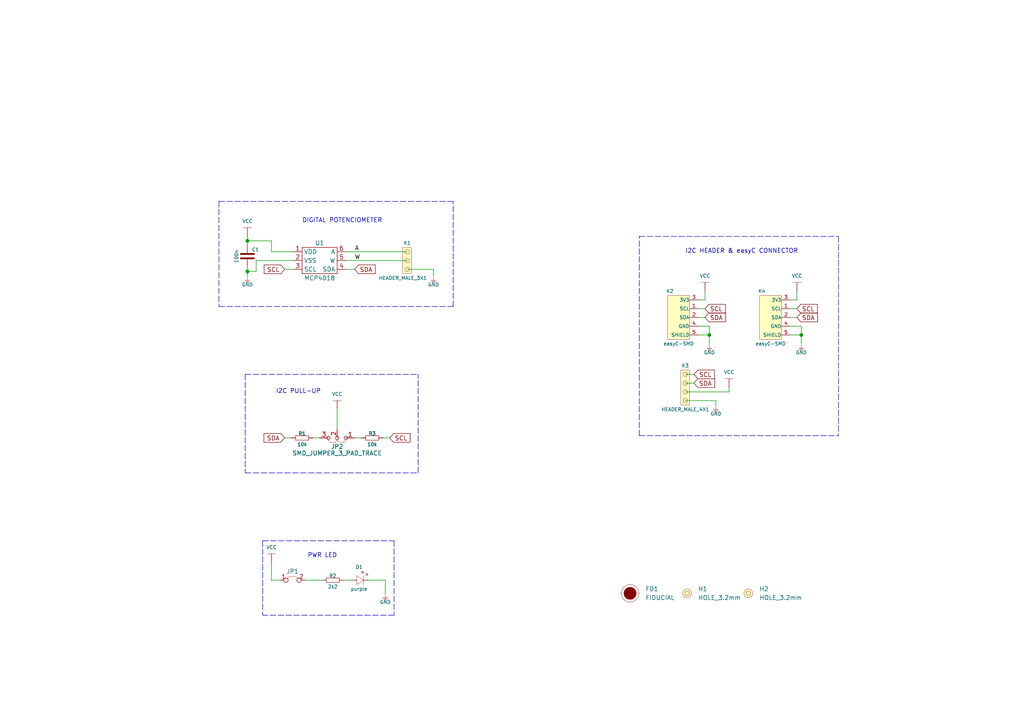
<source format=kicad_sch>
(kicad_sch (version 20211123) (generator eeschema)

  (uuid 672ee9c1-96de-493e-8e00-eb357c183045)

  (paper "A4")

  (title_block
    (title "Digipot 5k MCP4018 breakout")
    (date "2022-09-06")
    (rev "V1.1.1.")
    (company "SOLDERED")
    (comment 1 "333090")
  )

  (lib_symbols
    (symbol "e-radionica.com schematics:0402LED" (pin_numbers hide) (pin_names (offset 0.254) hide) (in_bom yes) (on_board yes)
      (property "Reference" "D" (id 0) (at -0.635 2.54 0)
        (effects (font (size 1 1)))
      )
      (property "Value" "0402LED" (id 1) (at 0 -2.54 0)
        (effects (font (size 1 1)))
      )
      (property "Footprint" "e-radionica.com footprinti:0402LED" (id 2) (at 0 5.08 0)
        (effects (font (size 1 1)) hide)
      )
      (property "Datasheet" "" (id 3) (at 0 0 0)
        (effects (font (size 1 1)) hide)
      )
      (property "Package" "0402" (id 4) (at 0 0 0)
        (effects (font (size 1.27 1.27)) hide)
      )
      (symbol "0402LED_0_1"
        (polyline
          (pts
            (xy -0.635 1.27)
            (xy 1.27 0)
          )
          (stroke (width 0.0006) (type default) (color 0 0 0 0))
          (fill (type none))
        )
        (polyline
          (pts
            (xy 0.635 1.905)
            (xy 1.27 2.54)
          )
          (stroke (width 0.0006) (type default) (color 0 0 0 0))
          (fill (type none))
        )
        (polyline
          (pts
            (xy 1.27 1.27)
            (xy 1.27 -1.27)
          )
          (stroke (width 0.0006) (type default) (color 0 0 0 0))
          (fill (type none))
        )
        (polyline
          (pts
            (xy 1.905 1.27)
            (xy 2.54 1.905)
          )
          (stroke (width 0.0006) (type default) (color 0 0 0 0))
          (fill (type none))
        )
        (polyline
          (pts
            (xy -0.635 1.27)
            (xy -0.635 -1.27)
            (xy 1.27 0)
          )
          (stroke (width 0.0006) (type default) (color 0 0 0 0))
          (fill (type none))
        )
        (polyline
          (pts
            (xy 1.27 2.54)
            (xy 0.635 2.54)
            (xy 1.27 1.905)
            (xy 1.27 2.54)
          )
          (stroke (width 0.0006) (type default) (color 0 0 0 0))
          (fill (type none))
        )
        (polyline
          (pts
            (xy 2.54 1.905)
            (xy 1.905 1.905)
            (xy 2.54 1.27)
            (xy 2.54 1.905)
          )
          (stroke (width 0.0006) (type default) (color 0 0 0 0))
          (fill (type none))
        )
      )
      (symbol "0402LED_1_1"
        (pin passive line (at -1.905 0 0) (length 1.27)
          (name "A" (effects (font (size 1.27 1.27))))
          (number "1" (effects (font (size 1.27 1.27))))
        )
        (pin passive line (at 2.54 0 180) (length 1.27)
          (name "K" (effects (font (size 1.27 1.27))))
          (number "2" (effects (font (size 1.27 1.27))))
        )
      )
    )
    (symbol "e-radionica.com schematics:0402R" (pin_numbers hide) (pin_names (offset 0.254)) (in_bom yes) (on_board yes)
      (property "Reference" "R" (id 0) (at -1.905 1.27 0)
        (effects (font (size 1 1)))
      )
      (property "Value" "0402R" (id 1) (at 0 -1.27 0)
        (effects (font (size 1 1)))
      )
      (property "Footprint" "e-radionica.com footprinti:0402R" (id 2) (at -2.54 1.905 0)
        (effects (font (size 1 1)) hide)
      )
      (property "Datasheet" "" (id 3) (at -2.54 1.905 0)
        (effects (font (size 1 1)) hide)
      )
      (symbol "0402R_0_1"
        (rectangle (start -1.905 -0.635) (end 1.905 -0.6604)
          (stroke (width 0.1) (type default) (color 0 0 0 0))
          (fill (type none))
        )
        (rectangle (start -1.905 0.635) (end -1.8796 -0.635)
          (stroke (width 0.1) (type default) (color 0 0 0 0))
          (fill (type none))
        )
        (rectangle (start -1.905 0.635) (end 1.905 0.6096)
          (stroke (width 0.1) (type default) (color 0 0 0 0))
          (fill (type none))
        )
        (rectangle (start 1.905 0.635) (end 1.9304 -0.635)
          (stroke (width 0.1) (type default) (color 0 0 0 0))
          (fill (type none))
        )
      )
      (symbol "0402R_1_1"
        (pin passive line (at -3.175 0 0) (length 1.27)
          (name "~" (effects (font (size 1.27 1.27))))
          (number "1" (effects (font (size 1.27 1.27))))
        )
        (pin passive line (at 3.175 0 180) (length 1.27)
          (name "~" (effects (font (size 1.27 1.27))))
          (number "2" (effects (font (size 1.27 1.27))))
        )
      )
    )
    (symbol "e-radionica.com schematics:0603C" (pin_numbers hide) (pin_names (offset 0.002)) (in_bom yes) (on_board yes)
      (property "Reference" "C" (id 0) (at -0.635 3.175 0)
        (effects (font (size 1 1)))
      )
      (property "Value" "0603C" (id 1) (at 0 -3.175 0)
        (effects (font (size 1 1)))
      )
      (property "Footprint" "e-radionica.com footprinti:0603C" (id 2) (at 0 0 0)
        (effects (font (size 1 1)) hide)
      )
      (property "Datasheet" "" (id 3) (at 0 0 0)
        (effects (font (size 1 1)) hide)
      )
      (symbol "0603C_0_1"
        (polyline
          (pts
            (xy -0.635 1.905)
            (xy -0.635 -1.905)
          )
          (stroke (width 0.5) (type default) (color 0 0 0 0))
          (fill (type none))
        )
        (polyline
          (pts
            (xy 0.635 1.905)
            (xy 0.635 -1.905)
          )
          (stroke (width 0.5) (type default) (color 0 0 0 0))
          (fill (type none))
        )
      )
      (symbol "0603C_1_1"
        (pin passive line (at -3.175 0 0) (length 2.54)
          (name "~" (effects (font (size 1.27 1.27))))
          (number "1" (effects (font (size 1.27 1.27))))
        )
        (pin passive line (at 3.175 0 180) (length 2.54)
          (name "~" (effects (font (size 1.27 1.27))))
          (number "2" (effects (font (size 1.27 1.27))))
        )
      )
    )
    (symbol "e-radionica.com schematics:0603R" (pin_numbers hide) (pin_names (offset 0.254)) (in_bom yes) (on_board yes)
      (property "Reference" "R" (id 0) (at -1.905 1.905 0)
        (effects (font (size 1 1)))
      )
      (property "Value" "0603R" (id 1) (at 0 -1.905 0)
        (effects (font (size 1 1)))
      )
      (property "Footprint" "e-radionica.com footprinti:0603R" (id 2) (at -0.635 1.905 0)
        (effects (font (size 1 1)) hide)
      )
      (property "Datasheet" "" (id 3) (at -0.635 1.905 0)
        (effects (font (size 1 1)) hide)
      )
      (symbol "0603R_0_1"
        (rectangle (start -1.905 -0.635) (end 1.905 -0.6604)
          (stroke (width 0.1) (type default) (color 0 0 0 0))
          (fill (type none))
        )
        (rectangle (start -1.905 0.635) (end -1.8796 -0.635)
          (stroke (width 0.1) (type default) (color 0 0 0 0))
          (fill (type none))
        )
        (rectangle (start -1.905 0.635) (end 1.905 0.6096)
          (stroke (width 0.1) (type default) (color 0 0 0 0))
          (fill (type none))
        )
        (rectangle (start 1.905 0.635) (end 1.9304 -0.635)
          (stroke (width 0.1) (type default) (color 0 0 0 0))
          (fill (type none))
        )
      )
      (symbol "0603R_1_1"
        (pin passive line (at -3.175 0 0) (length 1.27)
          (name "~" (effects (font (size 1.27 1.27))))
          (number "1" (effects (font (size 1.27 1.27))))
        )
        (pin passive line (at 3.175 0 180) (length 1.27)
          (name "~" (effects (font (size 1.27 1.27))))
          (number "2" (effects (font (size 1.27 1.27))))
        )
      )
    )
    (symbol "e-radionica.com schematics:FIDUCIAL" (in_bom no) (on_board yes)
      (property "Reference" "FD" (id 0) (at 0 3.81 0)
        (effects (font (size 1.27 1.27)))
      )
      (property "Value" "FIDUCIAL" (id 1) (at 0 -3.81 0)
        (effects (font (size 1.27 1.27)))
      )
      (property "Footprint" "e-radionica.com footprinti:FIDUCIAL_23" (id 2) (at 0.254 -5.334 0)
        (effects (font (size 1.27 1.27)) hide)
      )
      (property "Datasheet" "" (id 3) (at 0 0 0)
        (effects (font (size 1.27 1.27)) hide)
      )
      (symbol "FIDUCIAL_0_1"
        (polyline
          (pts
            (xy -2.54 0)
            (xy -2.794 0)
          )
          (stroke (width 0.0006) (type default) (color 0 0 0 0))
          (fill (type none))
        )
        (polyline
          (pts
            (xy 0 -2.54)
            (xy 0 -2.794)
          )
          (stroke (width 0.0006) (type default) (color 0 0 0 0))
          (fill (type none))
        )
        (polyline
          (pts
            (xy 0 2.54)
            (xy 0 2.794)
          )
          (stroke (width 0.0006) (type default) (color 0 0 0 0))
          (fill (type none))
        )
        (polyline
          (pts
            (xy 2.54 0)
            (xy 2.794 0)
          )
          (stroke (width 0.0006) (type default) (color 0 0 0 0))
          (fill (type none))
        )
        (circle (center 0 0) (radius 1.7961)
          (stroke (width 0.001) (type default) (color 0 0 0 0))
          (fill (type outline))
        )
        (circle (center 0 0) (radius 2.54)
          (stroke (width 0.0006) (type default) (color 0 0 0 0))
          (fill (type none))
        )
      )
    )
    (symbol "e-radionica.com schematics:GND" (power) (pin_names (offset 0)) (in_bom yes) (on_board yes)
      (property "Reference" "#PWR" (id 0) (at 4.445 0 0)
        (effects (font (size 1 1)) hide)
      )
      (property "Value" "GND" (id 1) (at 0 -2.921 0)
        (effects (font (size 1 1)))
      )
      (property "Footprint" "" (id 2) (at 4.445 3.81 0)
        (effects (font (size 1 1)) hide)
      )
      (property "Datasheet" "" (id 3) (at 4.445 3.81 0)
        (effects (font (size 1 1)) hide)
      )
      (property "ki_keywords" "power-flag" (id 4) (at 0 0 0)
        (effects (font (size 1.27 1.27)) hide)
      )
      (property "ki_description" "Power symbol creates a global label with name \"+3V3\"" (id 5) (at 0 0 0)
        (effects (font (size 1.27 1.27)) hide)
      )
      (symbol "GND_0_1"
        (polyline
          (pts
            (xy -0.762 -1.27)
            (xy 0.762 -1.27)
          )
          (stroke (width 0.0006) (type default) (color 0 0 0 0))
          (fill (type none))
        )
        (polyline
          (pts
            (xy -0.635 -1.524)
            (xy 0.635 -1.524)
          )
          (stroke (width 0.0006) (type default) (color 0 0 0 0))
          (fill (type none))
        )
        (polyline
          (pts
            (xy -0.381 -1.778)
            (xy 0.381 -1.778)
          )
          (stroke (width 0.0006) (type default) (color 0 0 0 0))
          (fill (type none))
        )
        (polyline
          (pts
            (xy -0.127 -2.032)
            (xy 0.127 -2.032)
          )
          (stroke (width 0.0006) (type default) (color 0 0 0 0))
          (fill (type none))
        )
        (polyline
          (pts
            (xy 0 0)
            (xy 0 -1.27)
          )
          (stroke (width 0.0006) (type default) (color 0 0 0 0))
          (fill (type none))
        )
      )
      (symbol "GND_1_1"
        (pin power_in line (at 0 0 270) (length 0) hide
          (name "GND" (effects (font (size 1.27 1.27))))
          (number "1" (effects (font (size 1.27 1.27))))
        )
      )
    )
    (symbol "e-radionica.com schematics:HEADER_MALE_3X1" (pin_numbers hide) (pin_names hide) (in_bom yes) (on_board yes)
      (property "Reference" "K" (id 0) (at -0.635 5.08 0)
        (effects (font (size 1 1)))
      )
      (property "Value" "HEADER_MALE_3X1" (id 1) (at 0 -5.08 0)
        (effects (font (size 1 1)))
      )
      (property "Footprint" "e-radionica.com footprinti:HEADER_MALE_3X1" (id 2) (at 0 -7.62 0)
        (effects (font (size 1 1)) hide)
      )
      (property "Datasheet" "" (id 3) (at 0 -2.54 0)
        (effects (font (size 1 1)) hide)
      )
      (symbol "HEADER_MALE_3X1_0_1"
        (circle (center 0 -2.54) (radius 0.635)
          (stroke (width 0.0006) (type default) (color 0 0 0 0))
          (fill (type none))
        )
        (circle (center 0 0) (radius 0.635)
          (stroke (width 0.0006) (type default) (color 0 0 0 0))
          (fill (type none))
        )
        (circle (center 0 2.54) (radius 0.635)
          (stroke (width 0.0006) (type default) (color 0 0 0 0))
          (fill (type none))
        )
        (rectangle (start 1.27 -3.81) (end -1.27 3.81)
          (stroke (width 0.001) (type default) (color 0 0 0 0))
          (fill (type background))
        )
      )
      (symbol "HEADER_MALE_3X1_1_1"
        (pin passive line (at 0 -2.54 180) (length 0)
          (name "~" (effects (font (size 1 1))))
          (number "1" (effects (font (size 1 1))))
        )
        (pin passive line (at 0 0 180) (length 0)
          (name "~" (effects (font (size 1 1))))
          (number "2" (effects (font (size 1 1))))
        )
        (pin passive line (at 0 2.54 180) (length 0)
          (name "~" (effects (font (size 1 1))))
          (number "3" (effects (font (size 1 1))))
        )
      )
    )
    (symbol "e-radionica.com schematics:HEADER_MALE_4X1" (pin_numbers hide) (pin_names hide) (in_bom yes) (on_board yes)
      (property "Reference" "K" (id 0) (at -0.635 7.62 0)
        (effects (font (size 1 1)))
      )
      (property "Value" "HEADER_MALE_4X1" (id 1) (at 0 -5.08 0)
        (effects (font (size 1 1)))
      )
      (property "Footprint" "e-radionica.com footprinti:HEADER_MALE_4X1" (id 2) (at 0 -2.54 0)
        (effects (font (size 1 1)) hide)
      )
      (property "Datasheet" "" (id 3) (at 0 -2.54 0)
        (effects (font (size 1 1)) hide)
      )
      (symbol "HEADER_MALE_4X1_0_1"
        (circle (center 0 -2.54) (radius 0.635)
          (stroke (width 0.0006) (type default) (color 0 0 0 0))
          (fill (type none))
        )
        (circle (center 0 0) (radius 0.635)
          (stroke (width 0.0006) (type default) (color 0 0 0 0))
          (fill (type none))
        )
        (circle (center 0 2.54) (radius 0.635)
          (stroke (width 0.0006) (type default) (color 0 0 0 0))
          (fill (type none))
        )
        (circle (center 0 5.08) (radius 0.635)
          (stroke (width 0.0006) (type default) (color 0 0 0 0))
          (fill (type none))
        )
        (rectangle (start 1.27 -3.81) (end -1.27 6.35)
          (stroke (width 0.001) (type default) (color 0 0 0 0))
          (fill (type background))
        )
      )
      (symbol "HEADER_MALE_4X1_1_1"
        (pin passive line (at 0 -2.54 180) (length 0)
          (name "~" (effects (font (size 1 1))))
          (number "1" (effects (font (size 1 1))))
        )
        (pin passive line (at 0 0 180) (length 0)
          (name "~" (effects (font (size 1 1))))
          (number "2" (effects (font (size 1 1))))
        )
        (pin passive line (at 0 2.54 180) (length 0)
          (name "~" (effects (font (size 1 1))))
          (number "3" (effects (font (size 1 1))))
        )
        (pin passive line (at 0 5.08 180) (length 0)
          (name "~" (effects (font (size 1 1))))
          (number "4" (effects (font (size 1 1))))
        )
      )
    )
    (symbol "e-radionica.com schematics:HOLE_3.2mm" (pin_numbers hide) (pin_names hide) (in_bom yes) (on_board yes)
      (property "Reference" "H" (id 0) (at 0 2.54 0)
        (effects (font (size 1.27 1.27)))
      )
      (property "Value" "HOLE_3.2mm" (id 1) (at 0 -2.54 0)
        (effects (font (size 1.27 1.27)))
      )
      (property "Footprint" "e-radionica.com footprinti:HOLE_3.2mm" (id 2) (at 0 0 0)
        (effects (font (size 1.27 1.27)) hide)
      )
      (property "Datasheet" "" (id 3) (at 0 0 0)
        (effects (font (size 1.27 1.27)) hide)
      )
      (symbol "HOLE_3.2mm_0_1"
        (circle (center 0 0) (radius 0.635)
          (stroke (width 0.0006) (type default) (color 0 0 0 0))
          (fill (type none))
        )
        (circle (center 0 0) (radius 1.27)
          (stroke (width 0.001) (type default) (color 0 0 0 0))
          (fill (type background))
        )
      )
    )
    (symbol "e-radionica.com schematics:MCP4018" (in_bom yes) (on_board yes)
      (property "Reference" "U" (id 0) (at 0 5.08 0)
        (effects (font (size 1.27 1.27)))
      )
      (property "Value" "MCP4018" (id 1) (at 0 -5.08 0)
        (effects (font (size 1.27 1.27)))
      )
      (property "Footprint" "e-radionica.com footprinti:SC70-6" (id 2) (at 0 -7.62 0)
        (effects (font (size 1.27 1.27)) hide)
      )
      (property "Datasheet" "" (id 3) (at 0 0 0)
        (effects (font (size 1.27 1.27)) hide)
      )
      (symbol "MCP4018_0_1"
        (rectangle (start -5.08 3.81) (end 5.08 -3.81)
          (stroke (width 0.1524) (type default) (color 0 0 0 0))
          (fill (type none))
        )
      )
      (symbol "MCP4018_1_1"
        (pin power_in line (at -7.62 2.54 0) (length 2.54)
          (name "VDD" (effects (font (size 1.27 1.27))))
          (number "1" (effects (font (size 1.27 1.27))))
        )
        (pin power_in line (at -7.62 0 0) (length 2.54)
          (name "VSS" (effects (font (size 1.27 1.27))))
          (number "2" (effects (font (size 1.27 1.27))))
        )
        (pin bidirectional line (at -7.62 -2.54 0) (length 2.54)
          (name "SCL" (effects (font (size 1.27 1.27))))
          (number "3" (effects (font (size 1.27 1.27))))
        )
        (pin bidirectional line (at 7.62 -2.54 180) (length 2.54)
          (name "SDA" (effects (font (size 1.27 1.27))))
          (number "4" (effects (font (size 1.27 1.27))))
        )
        (pin bidirectional line (at 7.62 0 180) (length 2.54)
          (name "W" (effects (font (size 1.27 1.27))))
          (number "5" (effects (font (size 1.27 1.27))))
        )
        (pin bidirectional line (at 7.62 2.54 180) (length 2.54)
          (name "A" (effects (font (size 1.27 1.27))))
          (number "6" (effects (font (size 1.27 1.27))))
        )
      )
    )
    (symbol "e-radionica.com schematics:SMD-JUMPER-CONNECTED_TRACE_SLODERMASK" (in_bom yes) (on_board yes)
      (property "Reference" "JP" (id 0) (at 0 3.556 0)
        (effects (font (size 1.27 1.27)))
      )
      (property "Value" "SMD-JUMPER-CONNECTED_TRACE_SLODERMASK" (id 1) (at 0 -2.54 0)
        (effects (font (size 1.27 1.27)))
      )
      (property "Footprint" "e-radionica.com footprinti:SMD-JUMPER-CONNECTED_TRACE_SLODERMASK" (id 2) (at 0 -5.715 0)
        (effects (font (size 1.27 1.27)) hide)
      )
      (property "Datasheet" "" (id 3) (at 0 0 0)
        (effects (font (size 1.27 1.27)) hide)
      )
      (symbol "SMD-JUMPER-CONNECTED_TRACE_SLODERMASK_0_1"
        (arc (start 1.397 0.5842) (mid -0.2077 1.1365) (end -1.8034 0.5588)
          (stroke (width 0.0006) (type default) (color 0 0 0 0))
          (fill (type none))
        )
      )
      (symbol "SMD-JUMPER-CONNECTED_TRACE_SLODERMASK_1_1"
        (pin passive inverted (at -4.064 0 0) (length 2.54)
          (name "" (effects (font (size 1.27 1.27))))
          (number "1" (effects (font (size 1.27 1.27))))
        )
        (pin passive inverted (at 3.556 0 180) (length 2.54)
          (name "" (effects (font (size 1.27 1.27))))
          (number "2" (effects (font (size 1.27 1.27))))
        )
      )
    )
    (symbol "e-radionica.com schematics:SMD_JUMPER_3_PAD_TRACE" (in_bom yes) (on_board yes)
      (property "Reference" "JP" (id 0) (at 0.0254 5.461 0)
        (effects (font (size 1.27 1.27)))
      )
      (property "Value" "SMD_JUMPER_3_PAD_TRACE" (id 1) (at 0.3048 -4.572 0)
        (effects (font (size 1.27 1.27)))
      )
      (property "Footprint" "e-radionica.com footprinti:SMD_JUMPER_3_PAD_TRACE" (id 2) (at 0 -1.27 0)
        (effects (font (size 1.27 1.27)) hide)
      )
      (property "Datasheet" "" (id 3) (at 0 0 0)
        (effects (font (size 1.27 1.27)) hide)
      )
      (symbol "SMD_JUMPER_3_PAD_TRACE_0_1"
        (circle (center -2.54 0) (radius 0.508)
          (stroke (width 0.1524) (type default) (color 0 0 0 0))
          (fill (type none))
        )
        (circle (center 0 0) (radius 0.508)
          (stroke (width 0.1524) (type default) (color 0 0 0 0))
          (fill (type none))
        )
        (arc (start 0 0.508) (mid -1.27 1.3552) (end -2.54 0.508)
          (stroke (width 0.0006) (type default) (color 0 0 0 0))
          (fill (type none))
        )
        (circle (center 2.54 0) (radius 0.508)
          (stroke (width 0.1524) (type default) (color 0 0 0 0))
          (fill (type none))
        )
        (arc (start 2.54 0.508) (mid 1.27 1.4777) (end 0 0.508)
          (stroke (width 0.0006) (type default) (color 0 0 0 0))
          (fill (type none))
        )
      )
      (symbol "SMD_JUMPER_3_PAD_TRACE_1_1"
        (pin input line (at -5.08 0 0) (length 2.54)
          (name "" (effects (font (size 1.27 1.27))))
          (number "1" (effects (font (size 1.27 1.27))))
        )
        (pin input line (at 0 -2.54 90) (length 2.54)
          (name "" (effects (font (size 1.27 1.27))))
          (number "2" (effects (font (size 1.27 1.27))))
        )
        (pin input line (at 5.08 0 180) (length 2.54)
          (name "" (effects (font (size 1.27 1.27))))
          (number "3" (effects (font (size 1.27 1.27))))
        )
      )
    )
    (symbol "e-radionica.com schematics:VCC" (power) (pin_names (offset 0)) (in_bom yes) (on_board yes)
      (property "Reference" "#PWR" (id 0) (at 4.445 0 0)
        (effects (font (size 1 1)) hide)
      )
      (property "Value" "VCC" (id 1) (at 0 3.556 0)
        (effects (font (size 1 1)))
      )
      (property "Footprint" "" (id 2) (at 4.445 3.81 0)
        (effects (font (size 1 1)) hide)
      )
      (property "Datasheet" "" (id 3) (at 4.445 3.81 0)
        (effects (font (size 1 1)) hide)
      )
      (property "ki_keywords" "power-flag" (id 4) (at 0 0 0)
        (effects (font (size 1.27 1.27)) hide)
      )
      (property "ki_description" "Power symbol creates a global label with name \"VCC\"" (id 5) (at 0 0 0)
        (effects (font (size 1.27 1.27)) hide)
      )
      (symbol "VCC_0_1"
        (polyline
          (pts
            (xy -1.27 2.54)
            (xy 1.27 2.54)
          )
          (stroke (width 0.0006) (type default) (color 0 0 0 0))
          (fill (type none))
        )
        (polyline
          (pts
            (xy 0 0)
            (xy 0 2.54)
          )
          (stroke (width 0) (type default) (color 0 0 0 0))
          (fill (type none))
        )
      )
      (symbol "VCC_1_1"
        (pin power_in line (at 0 0 90) (length 0) hide
          (name "VCC" (effects (font (size 1.27 1.27))))
          (number "1" (effects (font (size 1.27 1.27))))
        )
      )
    )
    (symbol "e-radionica.com schematics:easyC-SMD" (pin_names (offset 0.002)) (in_bom yes) (on_board yes)
      (property "Reference" "K" (id 0) (at -2.54 10.16 0)
        (effects (font (size 1 1)))
      )
      (property "Value" "easyC-SMD" (id 1) (at 0 -5.08 0)
        (effects (font (size 1 1)))
      )
      (property "Footprint" "e-radionica.com footprinti:easyC-connector" (id 2) (at 3.175 2.54 0)
        (effects (font (size 1 1)) hide)
      )
      (property "Datasheet" "" (id 3) (at 3.175 2.54 0)
        (effects (font (size 1 1)) hide)
      )
      (symbol "easyC-SMD_0_1"
        (rectangle (start -3.175 8.89) (end 3.175 -3.81)
          (stroke (width 0.001) (type default) (color 0 0 0 0))
          (fill (type background))
        )
      )
      (symbol "easyC-SMD_1_1"
        (pin passive line (at 5.715 5.08 180) (length 2.54)
          (name "SCL" (effects (font (size 1 1))))
          (number "1" (effects (font (size 1 1))))
        )
        (pin passive line (at 5.715 2.54 180) (length 2.54)
          (name "SDA" (effects (font (size 1 1))))
          (number "2" (effects (font (size 1 1))))
        )
        (pin passive line (at 5.715 7.62 180) (length 2.54)
          (name "3V3" (effects (font (size 1 1))))
          (number "3" (effects (font (size 1 1))))
        )
        (pin passive line (at 5.715 0 180) (length 2.54)
          (name "GND" (effects (font (size 1 1))))
          (number "4" (effects (font (size 1 1))))
        )
        (pin passive line (at 5.715 -2.54 180) (length 2.54)
          (name "SHIELD" (effects (font (size 1 1))))
          (number "5" (effects (font (size 1 1))))
        )
      )
    )
  )

  (junction (at 71.755 78.74) (diameter 0.9144) (color 0 0 0 0)
    (uuid 16bd6381-8ac0-4bf2-9dce-ecc20c724b8d)
  )
  (junction (at 232.41 97.155) (diameter 0.9144) (color 0 0 0 0)
    (uuid 4f66b314-0f62-4fb6-8c3c-f9c6a75cd3ec)
  )
  (junction (at 71.755 69.85) (diameter 0.9144) (color 0 0 0 0)
    (uuid 85b7594c-358f-454b-b2ad-dd0b1d67ed76)
  )
  (junction (at 205.74 97.155) (diameter 0.9144) (color 0 0 0 0)
    (uuid a5cd8da1-8f7f-4f80-bb23-0317de562222)
  )

  (wire (pts (xy 229.235 97.155) (xy 232.41 97.155))
    (stroke (width 0) (type solid) (color 0 0 0 0))
    (uuid 03b3beee-2c30-4c21-b6ef-4864a4640355)
  )
  (wire (pts (xy 207.645 116.205) (xy 207.645 117.475))
    (stroke (width 0) (type solid) (color 0 0 0 0))
    (uuid 058f674c-2dd5-4454-ae9d-c2ad86dc21c4)
  )
  (wire (pts (xy 100.33 75.565) (xy 118.11 75.565))
    (stroke (width 0) (type solid) (color 0 0 0 0))
    (uuid 0af3500f-0f3e-4599-8f36-66cdd67c5a90)
  )
  (wire (pts (xy 232.41 94.615) (xy 232.41 97.155))
    (stroke (width 0) (type solid) (color 0 0 0 0))
    (uuid 188cfe44-ef89-47d9-89ea-93c809792a64)
  )
  (polyline (pts (xy 63.5 58.42) (xy 63.5 88.9))
    (stroke (width 0) (type dash) (color 0 0 0 0))
    (uuid 1ab5c45f-3a83-426f-828a-670d40d9e756)
  )
  (polyline (pts (xy 63.5 58.42) (xy 131.445 58.42))
    (stroke (width 0) (type dash) (color 0 0 0 0))
    (uuid 1ab5c45f-3a83-426f-828a-670d40d9e757)
  )
  (polyline (pts (xy 63.5 88.9) (xy 131.445 88.9))
    (stroke (width 0) (type dash) (color 0 0 0 0))
    (uuid 1ab5c45f-3a83-426f-828a-670d40d9e758)
  )
  (polyline (pts (xy 131.445 88.9) (xy 131.445 58.42))
    (stroke (width 0) (type dash) (color 0 0 0 0))
    (uuid 1ab5c45f-3a83-426f-828a-670d40d9e759)
  )
  (polyline (pts (xy 114.3 178.435) (xy 76.2 178.435))
    (stroke (width 0) (type dash) (color 0 0 0 0))
    (uuid 1ef1eed1-2f0c-430f-bc65-0a0968888031)
  )
  (polyline (pts (xy 76.2 156.845) (xy 114.3 156.845))
    (stroke (width 0) (type dash) (color 0 0 0 0))
    (uuid 255fd520-20aa-465e-9994-89400e6b7651)
  )

  (wire (pts (xy 111.76 168.275) (xy 111.76 172.085))
    (stroke (width 0) (type solid) (color 0 0 0 0))
    (uuid 27365360-de3d-4f3a-85ae-c8a02d727860)
  )
  (wire (pts (xy 106.68 168.275) (xy 111.76 168.275))
    (stroke (width 0) (type solid) (color 0 0 0 0))
    (uuid 29b8a57b-de41-4c86-8155-53ab1205d224)
  )
  (wire (pts (xy 74.295 75.565) (xy 74.295 78.74))
    (stroke (width 0) (type solid) (color 0 0 0 0))
    (uuid 2c78e546-114b-46b5-8c91-b0bb61509ba4)
  )
  (wire (pts (xy 74.295 78.74) (xy 71.755 78.74))
    (stroke (width 0) (type solid) (color 0 0 0 0))
    (uuid 2c78e546-114b-46b5-8c91-b0bb61509ba5)
  )
  (wire (pts (xy 85.09 75.565) (xy 74.295 75.565))
    (stroke (width 0) (type solid) (color 0 0 0 0))
    (uuid 2c78e546-114b-46b5-8c91-b0bb61509ba6)
  )
  (wire (pts (xy 111.125 127) (xy 113.03 127))
    (stroke (width 0) (type solid) (color 0 0 0 0))
    (uuid 4071bb2d-05b1-474a-b12e-45461548f617)
  )
  (wire (pts (xy 90.805 127) (xy 92.71 127))
    (stroke (width 0) (type solid) (color 0 0 0 0))
    (uuid 422b7069-a7c4-40a3-a0a9-4bed39d3be1e)
  )
  (wire (pts (xy 204.47 86.995) (xy 204.47 84.455))
    (stroke (width 0) (type solid) (color 0 0 0 0))
    (uuid 42fb77e8-107c-41df-b93e-403a2b24123a)
  )
  (wire (pts (xy 211.455 113.665) (xy 211.455 112.395))
    (stroke (width 0) (type solid) (color 0 0 0 0))
    (uuid 55e75d6c-2478-44c8-9596-11557e067dac)
  )
  (wire (pts (xy 231.14 86.995) (xy 231.14 84.455))
    (stroke (width 0) (type solid) (color 0 0 0 0))
    (uuid 58289661-db4b-4a7e-ad25-8ef6cd85c772)
  )
  (wire (pts (xy 198.755 113.665) (xy 211.455 113.665))
    (stroke (width 0) (type solid) (color 0 0 0 0))
    (uuid 5859d514-c1d7-4b0f-b11f-43868d90e9a9)
  )
  (wire (pts (xy 202.565 94.615) (xy 205.74 94.615))
    (stroke (width 0) (type solid) (color 0 0 0 0))
    (uuid 58b84b12-bff0-4662-b90d-32d3383b1fe9)
  )
  (wire (pts (xy 82.55 127) (xy 84.455 127))
    (stroke (width 0) (type solid) (color 0 0 0 0))
    (uuid 5a646355-716c-434c-813b-adfd4187ec40)
  )
  (wire (pts (xy 202.565 92.075) (xy 204.47 92.075))
    (stroke (width 0) (type solid) (color 0 0 0 0))
    (uuid 5bac669f-6830-479c-95b7-d64f4970aa8c)
  )
  (wire (pts (xy 232.41 97.155) (xy 232.41 99.695))
    (stroke (width 0) (type solid) (color 0 0 0 0))
    (uuid 5d21b5d2-4d43-4673-9946-9097cfe5b5b7)
  )
  (wire (pts (xy 198.755 111.125) (xy 201.295 111.125))
    (stroke (width 0) (type solid) (color 0 0 0 0))
    (uuid 5e467db3-8247-4800-8b55-9042a5424688)
  )
  (wire (pts (xy 125.73 78.105) (xy 118.11 78.105))
    (stroke (width 0) (type solid) (color 0 0 0 0))
    (uuid 5f5220c0-b895-492c-83d0-3212af97c9bb)
  )
  (wire (pts (xy 125.73 80.01) (xy 125.73 78.105))
    (stroke (width 0) (type solid) (color 0 0 0 0))
    (uuid 5f5220c0-b895-492c-83d0-3212af97c9bc)
  )
  (wire (pts (xy 71.755 68.58) (xy 71.755 69.85))
    (stroke (width 0) (type solid) (color 0 0 0 0))
    (uuid 62479371-498e-4774-89a8-375f81f7cc92)
  )
  (wire (pts (xy 71.755 69.85) (xy 71.755 71.12))
    (stroke (width 0) (type solid) (color 0 0 0 0))
    (uuid 62479371-498e-4774-89a8-375f81f7cc93)
  )
  (wire (pts (xy 198.755 108.585) (xy 201.295 108.585))
    (stroke (width 0) (type solid) (color 0 0 0 0))
    (uuid 69685247-8eab-4973-8c09-866a87103f46)
  )
  (wire (pts (xy 205.74 97.155) (xy 205.74 99.695))
    (stroke (width 0) (type solid) (color 0 0 0 0))
    (uuid 6ae498fb-34e0-4767-a8cc-0719a7621d25)
  )
  (polyline (pts (xy 185.42 68.58) (xy 243.205 68.58))
    (stroke (width 0) (type dash) (color 0 0 0 0))
    (uuid 6e87833f-53e0-4eb4-810c-b778c318b170)
  )
  (polyline (pts (xy 185.42 126.365) (xy 185.42 68.58))
    (stroke (width 0) (type dash) (color 0 0 0 0))
    (uuid 6e87833f-53e0-4eb4-810c-b778c318b171)
  )
  (polyline (pts (xy 185.42 126.365) (xy 243.205 126.365))
    (stroke (width 0) (type dash) (color 0 0 0 0))
    (uuid 6e87833f-53e0-4eb4-810c-b778c318b172)
  )
  (polyline (pts (xy 243.205 68.58) (xy 243.205 126.365))
    (stroke (width 0) (type dash) (color 0 0 0 0))
    (uuid 6e87833f-53e0-4eb4-810c-b778c318b173)
  )

  (wire (pts (xy 97.79 118.745) (xy 97.79 124.46))
    (stroke (width 0) (type solid) (color 0 0 0 0))
    (uuid 7c051912-bb33-44a5-b78b-b25f5e735664)
  )
  (wire (pts (xy 202.565 89.535) (xy 204.47 89.535))
    (stroke (width 0) (type solid) (color 0 0 0 0))
    (uuid 8133f0ee-b535-43a5-9f5e-22ad73f9f526)
  )
  (wire (pts (xy 81.026 168.275) (xy 78.74 168.275))
    (stroke (width 0) (type solid) (color 0 0 0 0))
    (uuid 8784baad-eb80-4c87-ba17-f9d2a831ab48)
  )
  (wire (pts (xy 229.235 92.075) (xy 231.14 92.075))
    (stroke (width 0) (type solid) (color 0 0 0 0))
    (uuid 8baaff35-3943-4312-9abb-b0b19cff1c8c)
  )
  (wire (pts (xy 202.565 86.995) (xy 204.47 86.995))
    (stroke (width 0) (type solid) (color 0 0 0 0))
    (uuid 8ec5419e-d212-4702-b2b6-8f57646ac26f)
  )
  (wire (pts (xy 100.33 73.025) (xy 118.11 73.025))
    (stroke (width 0) (type solid) (color 0 0 0 0))
    (uuid 9195da9f-1781-4678-a9df-174db52de8a1)
  )
  (polyline (pts (xy 76.2 156.845) (xy 76.2 178.435))
    (stroke (width 0) (type dash) (color 0 0 0 0))
    (uuid 93afa188-18ac-4bc6-921e-51513649c017)
  )

  (wire (pts (xy 99.695 168.275) (xy 102.235 168.275))
    (stroke (width 0) (type solid) (color 0 0 0 0))
    (uuid 9cbcb59d-bf51-41f1-8f94-a624f94ce02c)
  )
  (wire (pts (xy 100.33 78.105) (xy 102.87 78.105))
    (stroke (width 0) (type solid) (color 0 0 0 0))
    (uuid a90eb7cc-e0f0-4593-ac6b-33839c1a7a37)
  )
  (wire (pts (xy 71.755 77.47) (xy 71.755 78.74))
    (stroke (width 0) (type solid) (color 0 0 0 0))
    (uuid ac0923ca-43dd-41a0-86b0-2395ed6a53e6)
  )
  (wire (pts (xy 71.755 78.74) (xy 71.755 80.01))
    (stroke (width 0) (type solid) (color 0 0 0 0))
    (uuid ac0923ca-43dd-41a0-86b0-2395ed6a53e7)
  )
  (polyline (pts (xy 71.12 108.585) (xy 71.12 137.16))
    (stroke (width 0) (type dash) (color 0 0 0 0))
    (uuid acabcc7e-075b-4ff1-b0f7-e6ce2ad598dc)
  )
  (polyline (pts (xy 71.12 108.585) (xy 121.285 108.585))
    (stroke (width 0) (type dash) (color 0 0 0 0))
    (uuid acabcc7e-075b-4ff1-b0f7-e6ce2ad598dd)
  )
  (polyline (pts (xy 71.12 137.16) (xy 121.285 137.16))
    (stroke (width 0) (type dash) (color 0 0 0 0))
    (uuid acabcc7e-075b-4ff1-b0f7-e6ce2ad598de)
  )
  (polyline (pts (xy 121.285 137.16) (xy 121.285 108.585))
    (stroke (width 0) (type dash) (color 0 0 0 0))
    (uuid acabcc7e-075b-4ff1-b0f7-e6ce2ad598df)
  )

  (wire (pts (xy 78.74 168.275) (xy 78.74 163.195))
    (stroke (width 0) (type solid) (color 0 0 0 0))
    (uuid b01f7654-bc34-447e-ab6a-a044b371059d)
  )
  (wire (pts (xy 229.235 89.535) (xy 231.14 89.535))
    (stroke (width 0) (type solid) (color 0 0 0 0))
    (uuid bd78546e-17b2-4a62-87de-14d9b378c6e4)
  )
  (wire (pts (xy 102.87 127) (xy 104.775 127))
    (stroke (width 0) (type solid) (color 0 0 0 0))
    (uuid d329dc9d-6ee5-4cfc-9a55-50d3a0d03f31)
  )
  (wire (pts (xy 82.55 78.105) (xy 85.09 78.105))
    (stroke (width 0) (type solid) (color 0 0 0 0))
    (uuid dd1af8b5-bcce-4cbd-8d02-ef4186e0f6dc)
  )
  (wire (pts (xy 78.74 69.85) (xy 71.755 69.85))
    (stroke (width 0) (type solid) (color 0 0 0 0))
    (uuid df13bfa3-8175-4e7c-9d32-64d1f7e9caf6)
  )
  (wire (pts (xy 78.74 73.025) (xy 78.74 69.85))
    (stroke (width 0) (type solid) (color 0 0 0 0))
    (uuid df13bfa3-8175-4e7c-9d32-64d1f7e9caf7)
  )
  (wire (pts (xy 85.09 73.025) (xy 78.74 73.025))
    (stroke (width 0) (type solid) (color 0 0 0 0))
    (uuid df13bfa3-8175-4e7c-9d32-64d1f7e9caf8)
  )
  (wire (pts (xy 205.74 94.615) (xy 205.74 97.155))
    (stroke (width 0) (type solid) (color 0 0 0 0))
    (uuid eabefbe3-1f54-4e51-b49e-3119f050cf5e)
  )
  (wire (pts (xy 202.565 97.155) (xy 205.74 97.155))
    (stroke (width 0) (type solid) (color 0 0 0 0))
    (uuid ecc60e9e-fb32-44a1-bc7c-71d68741848b)
  )
  (wire (pts (xy 229.235 86.995) (xy 231.14 86.995))
    (stroke (width 0) (type solid) (color 0 0 0 0))
    (uuid ecf38acc-fcaf-462f-8883-30f85a91c8b7)
  )
  (polyline (pts (xy 114.3 156.845) (xy 114.3 178.435))
    (stroke (width 0) (type dash) (color 0 0 0 0))
    (uuid f45a6ffa-6fde-4f23-9eca-f0c19e3daf0f)
  )

  (wire (pts (xy 88.646 168.275) (xy 93.345 168.275))
    (stroke (width 0) (type solid) (color 0 0 0 0))
    (uuid f46b43b9-462b-4412-a44e-d5ef5f0e4855)
  )
  (wire (pts (xy 229.235 94.615) (xy 232.41 94.615))
    (stroke (width 0) (type solid) (color 0 0 0 0))
    (uuid fad1270b-910c-4cd0-bf56-23ccfa674681)
  )
  (wire (pts (xy 198.755 116.205) (xy 207.645 116.205))
    (stroke (width 0) (type solid) (color 0 0 0 0))
    (uuid ff8a5ddd-9947-44e3-b3ee-c2dde7454b10)
  )

  (text "I2C PULL-UP" (at 80.01 114.3 0)
    (effects (font (size 1.27 1.27)) (justify left bottom))
    (uuid 06e78be1-8b3b-47ef-a9e2-6ad081bc7cd2)
  )
  (text "I2C HEADER & easyC CONNECTOR" (at 198.755 73.66 0)
    (effects (font (size 1.27 1.27)) (justify left bottom))
    (uuid 2d3c7a27-ad53-4867-8889-70d688e4d958)
  )
  (text "PWR LED" (at 97.79 161.925 180)
    (effects (font (size 1.27 1.27)) (justify right bottom))
    (uuid 99cc2985-71d5-47d9-840c-f3740c2952b1)
  )
  (text "DIGITAL POTENCIOMETER" (at 87.63 64.77 0)
    (effects (font (size 1.27 1.27)) (justify left bottom))
    (uuid e7293745-36b5-4ce5-981d-cd6eb8260c42)
  )

  (label "W" (at 102.87 75.565 0)
    (effects (font (size 1.27 1.27)) (justify left bottom))
    (uuid b3a8834c-f516-4733-9cf7-8d3a3c728faf)
  )
  (label "A" (at 102.87 73.025 0)
    (effects (font (size 1.27 1.27)) (justify left bottom))
    (uuid ca1db6f7-3e01-4c38-a009-ae18e0dee91e)
  )

  (global_label "SCL" (shape input) (at 204.47 89.535 0)
    (effects (font (size 1.27 1.27)) (justify left))
    (uuid 156205bd-30db-4890-808e-da0c37d12def)
    (property "Intersheet References" "${INTERSHEET_REFS}" (id 0) (at 214.9385 89.4556 0)
      (effects (font (size 1.27 1.27)) (justify left) hide)
    )
  )
  (global_label "SCL" (shape input) (at 113.03 127 0)
    (effects (font (size 1.27 1.27)) (justify left))
    (uuid 15ef0b73-3404-4840-94db-6ee78e443453)
    (property "Intersheet References" "${INTERSHEET_REFS}" (id 0) (at 121.6842 126.9206 0)
      (effects (font (size 1.27 1.27)) (justify left) hide)
    )
  )
  (global_label "SDA" (shape input) (at 82.55 127 180)
    (effects (font (size 1.27 1.27)) (justify right))
    (uuid 54b06975-4c0d-4cb4-b0d1-a0cf1e2c2260)
    (property "Intersheet References" "${INTERSHEET_REFS}" (id 0) (at 73.8353 126.9206 0)
      (effects (font (size 1.27 1.27)) (justify right) hide)
    )
  )
  (global_label "SDA" (shape input) (at 102.87 78.105 0)
    (effects (font (size 1.27 1.27)) (justify left))
    (uuid 6ae59fae-7c0b-498d-a89c-b92782760e23)
    (property "Intersheet References" "${INTERSHEET_REFS}" (id 0) (at 111.5847 78.1844 0)
      (effects (font (size 1.27 1.27)) (justify left) hide)
    )
  )
  (global_label "SDA" (shape input) (at 231.14 92.075 0)
    (effects (font (size 1.27 1.27)) (justify left))
    (uuid 722c7e29-acb7-428b-9043-5da93788c0da)
    (property "Intersheet References" "${INTERSHEET_REFS}" (id 0) (at 241.669 92.1544 0)
      (effects (font (size 1.27 1.27)) (justify left) hide)
    )
  )
  (global_label "SDA" (shape input) (at 204.47 92.075 0)
    (effects (font (size 1.27 1.27)) (justify left))
    (uuid 8b01b9b2-2299-4b4e-9f37-971ce4c3fc90)
    (property "Intersheet References" "${INTERSHEET_REFS}" (id 0) (at 214.999 92.1544 0)
      (effects (font (size 1.27 1.27)) (justify left) hide)
    )
  )
  (global_label "SCL" (shape input) (at 201.295 108.585 0)
    (effects (font (size 1.27 1.27)) (justify left))
    (uuid b2725eb1-5333-4030-8d28-64b4539a61c7)
    (property "Intersheet References" "${INTERSHEET_REFS}" (id 0) (at 209.9492 108.5056 0)
      (effects (font (size 1.27 1.27)) (justify left) hide)
    )
  )
  (global_label "SCL" (shape input) (at 231.14 89.535 0)
    (effects (font (size 1.27 1.27)) (justify left))
    (uuid e265aa00-878b-4c0d-86a2-b8020f832e27)
    (property "Intersheet References" "${INTERSHEET_REFS}" (id 0) (at 241.6085 89.4556 0)
      (effects (font (size 1.27 1.27)) (justify left) hide)
    )
  )
  (global_label "SCL" (shape input) (at 82.55 78.105 180)
    (effects (font (size 1.27 1.27)) (justify right))
    (uuid f355c9b2-7193-4603-b8c2-72316fc60fbd)
    (property "Intersheet References" "${INTERSHEET_REFS}" (id 0) (at 73.8958 78.1844 0)
      (effects (font (size 1.27 1.27)) (justify right) hide)
    )
  )
  (global_label "SDA" (shape input) (at 201.295 111.125 0)
    (effects (font (size 1.27 1.27)) (justify left))
    (uuid f5d3d8b4-4317-49a3-9a0f-02d4e296c33f)
    (property "Intersheet References" "${INTERSHEET_REFS}" (id 0) (at 210.0097 111.2044 0)
      (effects (font (size 1.27 1.27)) (justify left) hide)
    )
  )

  (symbol (lib_id "e-radionica.com schematics:GND") (at 125.73 80.01 0) (unit 1)
    (in_bom yes) (on_board yes)
    (uuid 01ffabf9-eccc-4a94-bd91-8ef4076545ce)
    (property "Reference" "#PWR06" (id 0) (at 130.175 80.01 0)
      (effects (font (size 1 1)) hide)
    )
    (property "Value" "GND" (id 1) (at 125.73 82.55 0)
      (effects (font (size 1 1)))
    )
    (property "Footprint" "" (id 2) (at 130.175 76.2 0)
      (effects (font (size 1 1)) hide)
    )
    (property "Datasheet" "" (id 3) (at 130.175 76.2 0)
      (effects (font (size 1 1)) hide)
    )
    (pin "1" (uuid 76b738ff-e5fd-42e4-8f3b-e96aa98ea228))
  )

  (symbol (lib_id "e-radionica.com schematics:easyC-SMD") (at 223.52 94.615 0) (unit 1)
    (in_bom yes) (on_board yes)
    (uuid 0d4c6c08-634a-457a-8fee-d14c5016f537)
    (property "Reference" "K4" (id 0) (at 220.98 84.455 0)
      (effects (font (size 1 1)))
    )
    (property "Value" "easyC-SMD" (id 1) (at 223.52 99.695 0)
      (effects (font (size 1 1)))
    )
    (property "Footprint" "e-radionica.com footprinti:easyC-connector" (id 2) (at 226.695 92.075 0)
      (effects (font (size 1 1)) hide)
    )
    (property "Datasheet" "" (id 3) (at 226.695 92.075 0)
      (effects (font (size 1 1)) hide)
    )
    (pin "1" (uuid 557cb0f2-d97b-4290-b7c3-6c6af9d4f3d9))
    (pin "2" (uuid aa87ae60-ec6e-4639-aff2-d89a8a44da4a))
    (pin "3" (uuid 12874fae-6bec-4706-ac65-ff44c3666c65))
    (pin "4" (uuid 0a33e089-0d4c-40c3-98d2-59d72d7b95c1))
    (pin "5" (uuid 443beffb-de2c-4c3a-b9c9-455f34c15e5c))
  )

  (symbol (lib_id "e-radionica.com schematics:VCC") (at 204.47 84.455 0) (unit 1)
    (in_bom yes) (on_board yes) (fields_autoplaced)
    (uuid 31dc3c33-dff0-4133-a611-10f819d2ddb4)
    (property "Reference" "#PWR07" (id 0) (at 208.915 84.455 0)
      (effects (font (size 1 1)) hide)
    )
    (property "Value" "VCC" (id 1) (at 204.47 80.01 0)
      (effects (font (size 1 1)))
    )
    (property "Footprint" "" (id 2) (at 208.915 80.645 0)
      (effects (font (size 1 1)) hide)
    )
    (property "Datasheet" "" (id 3) (at 208.915 80.645 0)
      (effects (font (size 1 1)) hide)
    )
    (pin "1" (uuid c28036df-cbf8-4d62-8d2b-5e25448d499e))
  )

  (symbol (lib_id "e-radionica.com schematics:GND") (at 111.76 172.085 0) (unit 1)
    (in_bom yes) (on_board yes)
    (uuid 3387d863-c128-4649-ba73-091896b6d67a)
    (property "Reference" "#PWR05" (id 0) (at 116.205 172.085 0)
      (effects (font (size 1 1)) hide)
    )
    (property "Value" "GND" (id 1) (at 111.76 174.625 0)
      (effects (font (size 1 1)))
    )
    (property "Footprint" "" (id 2) (at 116.205 168.275 0)
      (effects (font (size 1 1)) hide)
    )
    (property "Datasheet" "" (id 3) (at 116.205 168.275 0)
      (effects (font (size 1 1)) hide)
    )
    (pin "1" (uuid 3dd070be-ca31-4fe7-9f59-24b5ddd1991c))
  )

  (symbol (lib_id "e-radionica.com schematics:MCP4018") (at 92.71 75.565 0) (unit 1)
    (in_bom yes) (on_board yes)
    (uuid 352f404b-a384-4bc8-9fd6-c769dcce4858)
    (property "Reference" "U1" (id 0) (at 92.71 70.485 0))
    (property "Value" "MCP4018" (id 1) (at 92.71 80.645 0))
    (property "Footprint" "e-radionica.com footprinti:SC70-6" (id 2) (at 92.71 83.185 0)
      (effects (font (size 1.27 1.27)) hide)
    )
    (property "Datasheet" "" (id 3) (at 92.71 75.565 0)
      (effects (font (size 1.27 1.27)) hide)
    )
    (pin "1" (uuid 86daa7b0-c66a-4241-ad84-32dab3a3fbac))
    (pin "2" (uuid 6a94d0df-a533-4a7c-9516-06ada9b331d1))
    (pin "3" (uuid f727b7e9-f9d5-4dc9-88ee-8ab9df884eb1))
    (pin "4" (uuid 950f3c45-5311-4e1b-bad3-4c9c5921fd54))
    (pin "5" (uuid a72423d2-8177-4741-a3ae-ac1262c8d18c))
    (pin "6" (uuid ccd3ac2f-98a5-4203-aa9b-aa9f4046e98f))
  )

  (symbol (lib_id "e-radionica.com schematics:0603R") (at 107.95 127 0) (unit 1)
    (in_bom yes) (on_board yes)
    (uuid 3baeee29-d97a-4493-9f7e-f38039c21016)
    (property "Reference" "R3" (id 0) (at 107.95 125.73 0)
      (effects (font (size 1 1)))
    )
    (property "Value" "10k" (id 1) (at 107.95 128.905 0)
      (effects (font (size 1 1)))
    )
    (property "Footprint" "e-radionica.com footprinti:0603R" (id 2) (at 107.315 125.095 0)
      (effects (font (size 1 1)) hide)
    )
    (property "Datasheet" "" (id 3) (at 107.315 125.095 0)
      (effects (font (size 1 1)) hide)
    )
    (pin "1" (uuid 8511256a-678d-4fa5-9999-88f7b17f0979))
    (pin "2" (uuid 354cec04-3d75-4db0-9419-649cb0cc2fe6))
  )

  (symbol (lib_id "e-radionica.com schematics:VCC") (at 211.455 112.395 0) (unit 1)
    (in_bom yes) (on_board yes) (fields_autoplaced)
    (uuid 42d26f6c-ae2c-456b-bf49-6ee626ad57a5)
    (property "Reference" "#PWR010" (id 0) (at 215.9 112.395 0)
      (effects (font (size 1 1)) hide)
    )
    (property "Value" "VCC" (id 1) (at 211.455 107.95 0)
      (effects (font (size 1 1)))
    )
    (property "Footprint" "" (id 2) (at 215.9 108.585 0)
      (effects (font (size 1 1)) hide)
    )
    (property "Datasheet" "" (id 3) (at 215.9 108.585 0)
      (effects (font (size 1 1)) hide)
    )
    (pin "1" (uuid baaadc29-5f73-4c1f-a930-fc9df786796f))
  )

  (symbol (lib_id "e-radionica.com schematics:easyC-SMD") (at 196.85 94.615 0) (unit 1)
    (in_bom yes) (on_board yes)
    (uuid 4eb0d5b9-f8db-42f4-9bd4-c63149233134)
    (property "Reference" "K2" (id 0) (at 194.31 84.455 0)
      (effects (font (size 1 1)))
    )
    (property "Value" "easyC-SMD" (id 1) (at 196.85 99.695 0)
      (effects (font (size 1 1)))
    )
    (property "Footprint" "e-radionica.com footprinti:easyC-connector" (id 2) (at 200.025 92.075 0)
      (effects (font (size 1 1)) hide)
    )
    (property "Datasheet" "" (id 3) (at 200.025 92.075 0)
      (effects (font (size 1 1)) hide)
    )
    (pin "1" (uuid 0fbd6258-f16a-4929-b946-b64c5db2cb86))
    (pin "2" (uuid cdebc91e-6d9a-45de-8ef1-dc0d95d44f1b))
    (pin "3" (uuid 78c43102-f13a-4cb4-abad-7be518c08996))
    (pin "4" (uuid 2a913882-42b1-4521-88b5-4d0e781edbe0))
    (pin "5" (uuid 7e357b50-5d5d-426b-9502-7d12ccd357c9))
  )

  (symbol (lib_id "e-radionica.com schematics:GND") (at 232.41 99.695 0) (unit 1)
    (in_bom yes) (on_board yes)
    (uuid 61e7e533-309e-457d-8c93-9209f7c52cdb)
    (property "Reference" "#PWR012" (id 0) (at 236.855 99.695 0)
      (effects (font (size 1 1)) hide)
    )
    (property "Value" "GND" (id 1) (at 232.41 102.235 0)
      (effects (font (size 1 1)))
    )
    (property "Footprint" "" (id 2) (at 236.855 95.885 0)
      (effects (font (size 1 1)) hide)
    )
    (property "Datasheet" "" (id 3) (at 236.855 95.885 0)
      (effects (font (size 1 1)) hide)
    )
    (pin "1" (uuid 4626a76d-b16d-48ae-9bf7-04462f612e58))
  )

  (symbol (lib_id "e-radionica.com schematics:HEADER_MALE_3X1") (at 118.11 75.565 0) (unit 1)
    (in_bom yes) (on_board yes)
    (uuid 67acf413-8e1f-410f-98ef-69d4843f9a97)
    (property "Reference" "K1" (id 0) (at 118.11 70.485 0)
      (effects (font (size 1 1)))
    )
    (property "Value" "HEADER_MALE_3X1" (id 1) (at 116.84 80.645 0)
      (effects (font (size 1 1)))
    )
    (property "Footprint" "e-radionica.com footprinti:HEADER_MALE_3X1" (id 2) (at 118.11 83.185 0)
      (effects (font (size 1 1)) hide)
    )
    (property "Datasheet" "" (id 3) (at 118.11 78.105 0)
      (effects (font (size 1 1)) hide)
    )
    (pin "1" (uuid e1dd57ae-bac3-40c1-8074-2199e91355cb))
    (pin "2" (uuid 8d445d9e-3478-4b04-bb34-83d4aa0ef956))
    (pin "3" (uuid a769e284-1c74-46da-af15-da94500e68d7))
  )

  (symbol (lib_id "e-radionica.com schematics:SMD_JUMPER_3_PAD_TRACE") (at 97.79 127 180) (unit 1)
    (in_bom yes) (on_board yes)
    (uuid 70d981e0-1aba-440d-b2f4-b8634092793d)
    (property "Reference" "JP2" (id 0) (at 97.79 129.54 0))
    (property "Value" "SMD_JUMPER_3_PAD_TRACE" (id 1) (at 97.79 131.445 0))
    (property "Footprint" "e-radionica.com footprinti:SMD_JUMPER_3_PAD_TRACE" (id 2) (at 97.79 125.73 0)
      (effects (font (size 1.27 1.27)) hide)
    )
    (property "Datasheet" "" (id 3) (at 97.79 127 0)
      (effects (font (size 1.27 1.27)) hide)
    )
    (pin "1" (uuid fa69fb1f-4f4a-4b83-8a5e-092ab834386a))
    (pin "2" (uuid ea9f0ba0-1841-4137-877c-fd6d80e82045))
    (pin "3" (uuid 0f709d89-fcb6-4617-a67d-83526af6ed9a))
  )

  (symbol (lib_id "e-radionica.com schematics:VCC") (at 71.755 68.58 0) (unit 1)
    (in_bom yes) (on_board yes) (fields_autoplaced)
    (uuid 787b41ef-750a-46da-8e7b-0393758ccbf1)
    (property "Reference" "#PWR01" (id 0) (at 76.2 68.58 0)
      (effects (font (size 1 1)) hide)
    )
    (property "Value" "VCC" (id 1) (at 71.755 64.135 0)
      (effects (font (size 1 1)))
    )
    (property "Footprint" "" (id 2) (at 76.2 64.77 0)
      (effects (font (size 1 1)) hide)
    )
    (property "Datasheet" "" (id 3) (at 76.2 64.77 0)
      (effects (font (size 1 1)) hide)
    )
    (pin "1" (uuid 5c9851ef-9a21-4c1d-91ed-b1d2463f28c8))
  )

  (symbol (lib_id "e-radionica.com schematics:SMD-JUMPER-CONNECTED_TRACE_SLODERMASK") (at 85.09 168.275 0) (unit 1)
    (in_bom yes) (on_board yes)
    (uuid 881cd28b-9321-42b5-855c-2ff1fd324906)
    (property "Reference" "JP1" (id 0) (at 84.836 165.735 0))
    (property "Value" "SMD-JUMPER-CONNECTED_TRACE_SLODERMASK" (id 1) (at 84.836 170.815 0)
      (effects (font (size 1.27 1.27)) hide)
    )
    (property "Footprint" "e-radionica.com footprinti:SMD-JUMPER-CONNECTED_TRACE_SLODERMASK" (id 2) (at 85.09 173.99 0)
      (effects (font (size 1.27 1.27)) hide)
    )
    (property "Datasheet" "" (id 3) (at 85.09 168.275 0)
      (effects (font (size 1.27 1.27)) hide)
    )
    (pin "1" (uuid a8a25cce-5e3f-476c-b56f-fd4ab578a9b8))
    (pin "2" (uuid d8307d36-7bbf-4853-8422-32fef05e5c12))
  )

  (symbol (lib_id "e-radionica.com schematics:GND") (at 205.74 99.695 0) (unit 1)
    (in_bom yes) (on_board yes)
    (uuid 9d720028-a977-4db1-a676-de2280344ace)
    (property "Reference" "#PWR08" (id 0) (at 210.185 99.695 0)
      (effects (font (size 1 1)) hide)
    )
    (property "Value" "GND" (id 1) (at 205.74 102.235 0)
      (effects (font (size 1 1)))
    )
    (property "Footprint" "" (id 2) (at 210.185 95.885 0)
      (effects (font (size 1 1)) hide)
    )
    (property "Datasheet" "" (id 3) (at 210.185 95.885 0)
      (effects (font (size 1 1)) hide)
    )
    (pin "1" (uuid 7bf4ade2-205f-41a2-aaa4-dddd04c492f6))
  )

  (symbol (lib_id "e-radionica.com schematics:FIDUCIAL") (at 182.753 172.085 0) (unit 1)
    (in_bom no) (on_board yes) (fields_autoplaced)
    (uuid 9f7b25e2-9113-40d4-90c1-2cb9910f51fd)
    (property "Reference" "FD1" (id 0) (at 187.198 170.8149 0)
      (effects (font (size 1.27 1.27)) (justify left))
    )
    (property "Value" "FIDUCIAL" (id 1) (at 187.198 173.3549 0)
      (effects (font (size 1.27 1.27)) (justify left))
    )
    (property "Footprint" "e-radionica.com footprinti:FIDUCIAL_23" (id 2) (at 183.007 177.419 0)
      (effects (font (size 1.27 1.27)) hide)
    )
    (property "Datasheet" "" (id 3) (at 182.753 172.085 0)
      (effects (font (size 1.27 1.27)) hide)
    )
  )

  (symbol (lib_id "e-radionica.com schematics:GND") (at 71.755 80.01 0) (unit 1)
    (in_bom yes) (on_board yes)
    (uuid a18014c3-303f-48bd-a5c6-1878d24dee0a)
    (property "Reference" "#PWR02" (id 0) (at 76.2 80.01 0)
      (effects (font (size 1 1)) hide)
    )
    (property "Value" "GND" (id 1) (at 71.755 82.55 0)
      (effects (font (size 1 1)))
    )
    (property "Footprint" "" (id 2) (at 76.2 76.2 0)
      (effects (font (size 1 1)) hide)
    )
    (property "Datasheet" "" (id 3) (at 76.2 76.2 0)
      (effects (font (size 1 1)) hide)
    )
    (pin "1" (uuid 71383f5a-0971-4976-af1f-38454863e0bb))
  )

  (symbol (lib_id "e-radionica.com schematics:0402R") (at 96.52 168.275 0) (unit 1)
    (in_bom yes) (on_board yes)
    (uuid b3da24b4-501e-42d2-a5d6-1af51c35c1c5)
    (property "Reference" "R2" (id 0) (at 96.52 167.005 0)
      (effects (font (size 1 1)))
    )
    (property "Value" "2k2" (id 1) (at 96.52 170.18 0)
      (effects (font (size 1 1)))
    )
    (property "Footprint" "e-radionica.com footprinti:0402R" (id 2) (at 93.98 166.37 0)
      (effects (font (size 1 1)) hide)
    )
    (property "Datasheet" "" (id 3) (at 93.98 166.37 0)
      (effects (font (size 1 1)) hide)
    )
    (pin "1" (uuid 0ff74b3e-3d1a-4b5f-92fd-733de72a470f))
    (pin "2" (uuid 6d7cdf50-c786-453a-9720-45641982bcd6))
  )

  (symbol (lib_id "e-radionica.com schematics:HOLE_3.2mm") (at 217.043 172.085 0) (unit 1)
    (in_bom yes) (on_board yes) (fields_autoplaced)
    (uuid c59bb755-ed76-4c1b-8eb9-d492237ceae2)
    (property "Reference" "H2" (id 0) (at 220.218 170.8149 0)
      (effects (font (size 1.27 1.27)) (justify left))
    )
    (property "Value" "HOLE_3.2mm" (id 1) (at 220.218 173.3549 0)
      (effects (font (size 1.27 1.27)) (justify left))
    )
    (property "Footprint" "e-radionica.com footprinti:HOLE_3.2mm" (id 2) (at 217.043 172.085 0)
      (effects (font (size 1.27 1.27)) hide)
    )
    (property "Datasheet" "" (id 3) (at 217.043 172.085 0)
      (effects (font (size 1.27 1.27)) hide)
    )
  )

  (symbol (lib_id "e-radionica.com schematics:VCC") (at 78.74 163.195 0) (unit 1)
    (in_bom yes) (on_board yes) (fields_autoplaced)
    (uuid d133a422-f65b-4aee-8173-bfc27502235d)
    (property "Reference" "#PWR03" (id 0) (at 83.185 163.195 0)
      (effects (font (size 1 1)) hide)
    )
    (property "Value" "VCC" (id 1) (at 78.74 158.75 0)
      (effects (font (size 1 1)))
    )
    (property "Footprint" "" (id 2) (at 83.185 159.385 0)
      (effects (font (size 1 1)) hide)
    )
    (property "Datasheet" "" (id 3) (at 83.185 159.385 0)
      (effects (font (size 1 1)) hide)
    )
    (pin "1" (uuid 10ebfc96-3820-466b-92b4-4d9dc2b74fa0))
  )

  (symbol (lib_id "e-radionica.com schematics:0402LED") (at 104.14 168.275 0) (unit 1)
    (in_bom yes) (on_board yes)
    (uuid ddbdb2f3-3fb5-4fcf-9fe4-c27c8c1c490d)
    (property "Reference" "D1" (id 0) (at 104.14 164.465 0)
      (effects (font (size 1 1)))
    )
    (property "Value" "purple" (id 1) (at 104.14 170.815 0)
      (effects (font (size 1 1)))
    )
    (property "Footprint" "e-radionica.com footprinti:0402LED" (id 2) (at 104.14 163.195 0)
      (effects (font (size 1 1)) hide)
    )
    (property "Datasheet" "" (id 3) (at 104.14 168.275 0)
      (effects (font (size 1 1)) hide)
    )
    (property "Package" "0402" (id 4) (at 104.14 168.275 0)
      (effects (font (size 1.27 1.27)) hide)
    )
    (pin "1" (uuid 79ea0d1c-d7e5-4b4f-bb8b-2716b76f27cb))
    (pin "2" (uuid 6126e547-2613-40fa-b046-ea4ef5cf0de3))
  )

  (symbol (lib_id "e-radionica.com schematics:0603R") (at 87.63 127 0) (unit 1)
    (in_bom yes) (on_board yes)
    (uuid de914b03-54de-4a3d-a1b5-de8a7ce89593)
    (property "Reference" "R1" (id 0) (at 87.63 125.73 0)
      (effects (font (size 1 1)))
    )
    (property "Value" "10k" (id 1) (at 87.63 128.905 0)
      (effects (font (size 1 1)))
    )
    (property "Footprint" "e-radionica.com footprinti:0603R" (id 2) (at 86.995 125.095 0)
      (effects (font (size 1 1)) hide)
    )
    (property "Datasheet" "" (id 3) (at 86.995 125.095 0)
      (effects (font (size 1 1)) hide)
    )
    (pin "1" (uuid 6733b42a-709c-4ca6-b2b6-b8635a1a85af))
    (pin "2" (uuid df4067eb-8f96-404d-ab83-533aa942936c))
  )

  (symbol (lib_id "e-radionica.com schematics:VCC") (at 97.79 118.745 0) (unit 1)
    (in_bom yes) (on_board yes) (fields_autoplaced)
    (uuid e7c89a82-8607-4284-97bc-696751f1a724)
    (property "Reference" "#PWR04" (id 0) (at 102.235 118.745 0)
      (effects (font (size 1 1)) hide)
    )
    (property "Value" "VCC" (id 1) (at 97.79 114.3 0)
      (effects (font (size 1 1)))
    )
    (property "Footprint" "" (id 2) (at 102.235 114.935 0)
      (effects (font (size 1 1)) hide)
    )
    (property "Datasheet" "" (id 3) (at 102.235 114.935 0)
      (effects (font (size 1 1)) hide)
    )
    (pin "1" (uuid a3df60da-292b-4c95-bc3f-388f98f71254))
  )

  (symbol (lib_id "e-radionica.com schematics:GND") (at 207.645 117.475 0) (unit 1)
    (in_bom yes) (on_board yes)
    (uuid eb5208d6-a598-43e0-80e0-f11ab67cdf35)
    (property "Reference" "#PWR09" (id 0) (at 212.09 117.475 0)
      (effects (font (size 1 1)) hide)
    )
    (property "Value" "GND" (id 1) (at 207.645 120.015 0)
      (effects (font (size 1 1)))
    )
    (property "Footprint" "" (id 2) (at 212.09 113.665 0)
      (effects (font (size 1 1)) hide)
    )
    (property "Datasheet" "" (id 3) (at 212.09 113.665 0)
      (effects (font (size 1 1)) hide)
    )
    (pin "1" (uuid ad9008bc-96d4-4603-b082-a99dcc3f1d0f))
  )

  (symbol (lib_id "e-radionica.com schematics:HOLE_3.2mm") (at 199.263 172.085 0) (unit 1)
    (in_bom yes) (on_board yes) (fields_autoplaced)
    (uuid edb70e95-feba-4b08-8529-af007ec8d9bc)
    (property "Reference" "H1" (id 0) (at 202.438 170.8149 0)
      (effects (font (size 1.27 1.27)) (justify left))
    )
    (property "Value" "HOLE_3.2mm" (id 1) (at 202.438 173.3549 0)
      (effects (font (size 1.27 1.27)) (justify left))
    )
    (property "Footprint" "e-radionica.com footprinti:HOLE_3.2mm" (id 2) (at 199.263 172.085 0)
      (effects (font (size 1.27 1.27)) hide)
    )
    (property "Datasheet" "" (id 3) (at 199.263 172.085 0)
      (effects (font (size 1.27 1.27)) hide)
    )
  )

  (symbol (lib_id "e-radionica.com schematics:0603C") (at 71.755 74.295 90) (unit 1)
    (in_bom yes) (on_board yes)
    (uuid f0b4caae-8e67-4065-80f7-1dfc32daaaf8)
    (property "Reference" "C1" (id 0) (at 73.025 72.39 90)
      (effects (font (size 1 1)) (justify right))
    )
    (property "Value" "100n" (id 1) (at 68.58 72.39 0)
      (effects (font (size 1 1)) (justify right))
    )
    (property "Footprint" "e-radionica.com footprinti:0603C" (id 2) (at 71.755 74.295 0)
      (effects (font (size 1 1)) hide)
    )
    (property "Datasheet" "" (id 3) (at 71.755 74.295 0)
      (effects (font (size 1 1)) hide)
    )
    (pin "1" (uuid 57f959ef-bf98-47c7-8ec2-d889157afc97))
    (pin "2" (uuid 9c9af9ab-40a0-4b99-96cc-56f97d80dc96))
  )

  (symbol (lib_id "e-radionica.com schematics:HEADER_MALE_4X1") (at 198.755 113.665 0) (unit 1)
    (in_bom yes) (on_board yes)
    (uuid f509cba4-4d5f-43ed-85e2-f34b943b89af)
    (property "Reference" "K3" (id 0) (at 198.755 106.045 0)
      (effects (font (size 1 1)))
    )
    (property "Value" "HEADER_MALE_4X1" (id 1) (at 198.755 118.745 0)
      (effects (font (size 1 1)))
    )
    (property "Footprint" "e-radionica.com footprinti:HEADER_MALE_4X1" (id 2) (at 198.755 116.205 0)
      (effects (font (size 1 1)) hide)
    )
    (property "Datasheet" "" (id 3) (at 198.755 116.205 0)
      (effects (font (size 1 1)) hide)
    )
    (pin "1" (uuid 5a963a13-20c0-461d-94ff-38cf7d6efb79))
    (pin "2" (uuid 42fd9a79-0d7d-4d1a-bb71-10a5b8fda27e))
    (pin "3" (uuid c8d63c70-222b-45e9-b86d-60847d0ab35f))
    (pin "4" (uuid c3c3af79-26da-48fb-a4b4-afe82d77ae11))
  )

  (symbol (lib_id "e-radionica.com schematics:VCC") (at 231.14 84.455 0) (unit 1)
    (in_bom yes) (on_board yes) (fields_autoplaced)
    (uuid fcc6bf81-475d-4ac3-bf72-d315cd48c3f9)
    (property "Reference" "#PWR011" (id 0) (at 235.585 84.455 0)
      (effects (font (size 1 1)) hide)
    )
    (property "Value" "VCC" (id 1) (at 231.14 80.01 0)
      (effects (font (size 1 1)))
    )
    (property "Footprint" "" (id 2) (at 235.585 80.645 0)
      (effects (font (size 1 1)) hide)
    )
    (property "Datasheet" "" (id 3) (at 235.585 80.645 0)
      (effects (font (size 1 1)) hide)
    )
    (pin "1" (uuid b74a6795-1429-41c4-a2f9-ab681f32c387))
  )

  (sheet_instances
    (path "/" (page "1"))
  )

  (symbol_instances
    (path "/787b41ef-750a-46da-8e7b-0393758ccbf1"
      (reference "#PWR01") (unit 1) (value "VCC") (footprint "")
    )
    (path "/a18014c3-303f-48bd-a5c6-1878d24dee0a"
      (reference "#PWR02") (unit 1) (value "GND") (footprint "")
    )
    (path "/d133a422-f65b-4aee-8173-bfc27502235d"
      (reference "#PWR03") (unit 1) (value "VCC") (footprint "")
    )
    (path "/e7c89a82-8607-4284-97bc-696751f1a724"
      (reference "#PWR04") (unit 1) (value "VCC") (footprint "")
    )
    (path "/3387d863-c128-4649-ba73-091896b6d67a"
      (reference "#PWR05") (unit 1) (value "GND") (footprint "")
    )
    (path "/01ffabf9-eccc-4a94-bd91-8ef4076545ce"
      (reference "#PWR06") (unit 1) (value "GND") (footprint "")
    )
    (path "/31dc3c33-dff0-4133-a611-10f819d2ddb4"
      (reference "#PWR07") (unit 1) (value "VCC") (footprint "")
    )
    (path "/9d720028-a977-4db1-a676-de2280344ace"
      (reference "#PWR08") (unit 1) (value "GND") (footprint "")
    )
    (path "/eb5208d6-a598-43e0-80e0-f11ab67cdf35"
      (reference "#PWR09") (unit 1) (value "GND") (footprint "")
    )
    (path "/42d26f6c-ae2c-456b-bf49-6ee626ad57a5"
      (reference "#PWR010") (unit 1) (value "VCC") (footprint "")
    )
    (path "/fcc6bf81-475d-4ac3-bf72-d315cd48c3f9"
      (reference "#PWR011") (unit 1) (value "VCC") (footprint "")
    )
    (path "/61e7e533-309e-457d-8c93-9209f7c52cdb"
      (reference "#PWR012") (unit 1) (value "GND") (footprint "")
    )
    (path "/f0b4caae-8e67-4065-80f7-1dfc32daaaf8"
      (reference "C1") (unit 1) (value "100n") (footprint "e-radionica.com footprinti:0603C")
    )
    (path "/ddbdb2f3-3fb5-4fcf-9fe4-c27c8c1c490d"
      (reference "D1") (unit 1) (value "purple") (footprint "e-radionica.com footprinti:0402LED")
    )
    (path "/9f7b25e2-9113-40d4-90c1-2cb9910f51fd"
      (reference "FD1") (unit 1) (value "FIDUCIAL") (footprint "e-radionica.com footprinti:FIDUCIAL_23")
    )
    (path "/edb70e95-feba-4b08-8529-af007ec8d9bc"
      (reference "H1") (unit 1) (value "HOLE_3.2mm") (footprint "e-radionica.com footprinti:HOLE_3.2mm")
    )
    (path "/c59bb755-ed76-4c1b-8eb9-d492237ceae2"
      (reference "H2") (unit 1) (value "HOLE_3.2mm") (footprint "e-radionica.com footprinti:HOLE_3.2mm")
    )
    (path "/881cd28b-9321-42b5-855c-2ff1fd324906"
      (reference "JP1") (unit 1) (value "SMD-JUMPER-CONNECTED_TRACE_SLODERMASK") (footprint "e-radionica.com footprinti:SMD-JUMPER-CONNECTED_TRACE_SLODERMASK")
    )
    (path "/70d981e0-1aba-440d-b2f4-b8634092793d"
      (reference "JP2") (unit 1) (value "SMD_JUMPER_3_PAD_TRACE") (footprint "e-radionica.com footprinti:SMD_JUMPER_3_PAD_TRACE")
    )
    (path "/67acf413-8e1f-410f-98ef-69d4843f9a97"
      (reference "K1") (unit 1) (value "HEADER_MALE_3X1") (footprint "e-radionica.com footprinti:HEADER_MALE_3X1")
    )
    (path "/4eb0d5b9-f8db-42f4-9bd4-c63149233134"
      (reference "K2") (unit 1) (value "easyC-SMD") (footprint "e-radionica.com footprinti:easyC-connector")
    )
    (path "/f509cba4-4d5f-43ed-85e2-f34b943b89af"
      (reference "K3") (unit 1) (value "HEADER_MALE_4X1") (footprint "e-radionica.com footprinti:HEADER_MALE_4X1")
    )
    (path "/0d4c6c08-634a-457a-8fee-d14c5016f537"
      (reference "K4") (unit 1) (value "easyC-SMD") (footprint "e-radionica.com footprinti:easyC-connector")
    )
    (path "/de914b03-54de-4a3d-a1b5-de8a7ce89593"
      (reference "R1") (unit 1) (value "10k") (footprint "e-radionica.com footprinti:0603R")
    )
    (path "/b3da24b4-501e-42d2-a5d6-1af51c35c1c5"
      (reference "R2") (unit 1) (value "2k2") (footprint "e-radionica.com footprinti:0402R")
    )
    (path "/3baeee29-d97a-4493-9f7e-f38039c21016"
      (reference "R3") (unit 1) (value "10k") (footprint "e-radionica.com footprinti:0603R")
    )
    (path "/352f404b-a384-4bc8-9fd6-c769dcce4858"
      (reference "U1") (unit 1) (value "MCP4018") (footprint "e-radionica.com footprinti:SC70-6")
    )
  )
)

</source>
